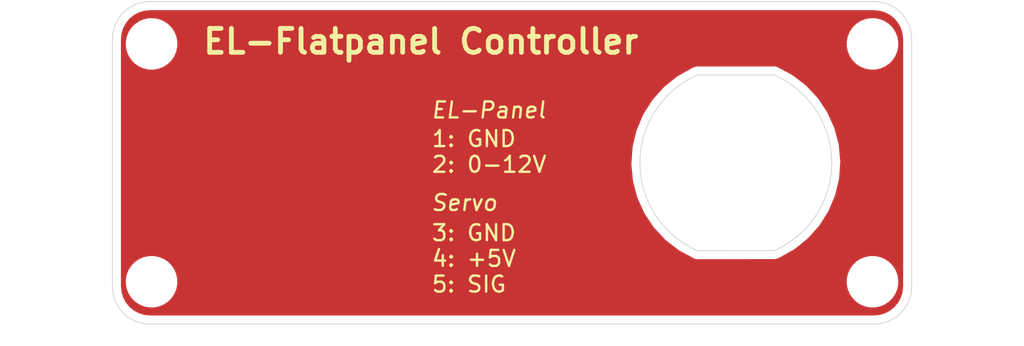
<source format=kicad_pcb>
(kicad_pcb (version 20171130) (host pcbnew "(5.1.10)-1")

  (general
    (thickness 1.6)
    (drawings 17)
    (tracks 0)
    (zones 0)
    (modules 4)
    (nets 1)
  )

  (page A4)
  (title_block
    (title "EL-Flatpanel Controller Front")
    (date 2022-01-19)
    (rev 3.0)
    (comment 1 "Created by Joachim Stehle")
  )

  (layers
    (0 F.Cu signal)
    (31 B.Cu signal)
    (32 B.Adhes user)
    (33 F.Adhes user)
    (34 B.Paste user)
    (35 F.Paste user)
    (36 B.SilkS user)
    (37 F.SilkS user)
    (38 B.Mask user)
    (39 F.Mask user)
    (40 Dwgs.User user)
    (41 Cmts.User user)
    (42 Eco1.User user)
    (43 Eco2.User user)
    (44 Edge.Cuts user)
    (45 Margin user)
    (46 B.CrtYd user)
    (47 F.CrtYd user)
    (48 B.Fab user)
    (49 F.Fab user)
  )

  (setup
    (last_trace_width 0.25)
    (trace_clearance 0.2)
    (zone_clearance 0.508)
    (zone_45_only no)
    (trace_min 0.2)
    (via_size 0.8)
    (via_drill 0.4)
    (via_min_size 0.4)
    (via_min_drill 0.3)
    (uvia_size 0.3)
    (uvia_drill 0.1)
    (uvias_allowed no)
    (uvia_min_size 0.2)
    (uvia_min_drill 0.1)
    (edge_width 0.05)
    (segment_width 0.2)
    (pcb_text_width 0.3)
    (pcb_text_size 1.5 1.5)
    (mod_edge_width 0.12)
    (mod_text_size 1 1)
    (mod_text_width 0.15)
    (pad_size 2.2 2.2)
    (pad_drill 2.2)
    (pad_to_mask_clearance 0)
    (aux_axis_origin 0 0)
    (visible_elements 7FFFFFFF)
    (pcbplotparams
      (layerselection 0x010fc_ffffffff)
      (usegerberextensions true)
      (usegerberattributes false)
      (usegerberadvancedattributes false)
      (creategerberjobfile false)
      (excludeedgelayer true)
      (linewidth 0.100000)
      (plotframeref false)
      (viasonmask false)
      (mode 1)
      (useauxorigin false)
      (hpglpennumber 1)
      (hpglpenspeed 20)
      (hpglpendiameter 15.000000)
      (psnegative false)
      (psa4output false)
      (plotreference true)
      (plotvalue false)
      (plotinvisibletext false)
      (padsonsilk false)
      (subtractmaskfromsilk true)
      (outputformat 1)
      (mirror false)
      (drillshape 0)
      (scaleselection 1)
      (outputdirectory "Gerber/"))
  )

  (net 0 "")

  (net_class Default "This is the default net class."
    (clearance 0.2)
    (trace_width 0.25)
    (via_dia 0.8)
    (via_drill 0.4)
    (uvia_dia 0.3)
    (uvia_drill 0.1)
  )

  (module MountingHole:MountingHole_2.2mm_M2 (layer F.Cu) (tedit 56D1B4CB) (tstamp 61D78556)
    (at 133.25 113.55)
    (descr "Mounting Hole 2.2mm, no annular, M2")
    (tags "mounting hole 2.2mm no annular m2")
    (attr virtual)
    (fp_text reference REF** (at 0 -3.2) (layer F.SilkS) hide
      (effects (font (size 1 1) (thickness 0.15)))
    )
    (fp_text value MountingHole_2.2mm_M2 (at 0 3.2) (layer F.Fab)
      (effects (font (size 1 1) (thickness 0.15)))
    )
    (fp_circle (center 0 0) (end 2.45 0) (layer F.CrtYd) (width 0.05))
    (fp_circle (center 0 0) (end 2.2 0) (layer Cmts.User) (width 0.15))
    (fp_text user %R (at 0.3 0) (layer F.Fab)
      (effects (font (size 1 1) (thickness 0.15)))
    )
    (pad 1 np_thru_hole circle (at 0 0) (size 2.2 2.2) (drill 2.2) (layers *.Cu *.Mask))
  )

  (module MountingHole:MountingHole_2.2mm_M2 (layer F.Cu) (tedit 56D1B4CB) (tstamp 61D7852B)
    (at 178.35 113.55)
    (descr "Mounting Hole 2.2mm, no annular, M2")
    (tags "mounting hole 2.2mm no annular m2")
    (attr virtual)
    (fp_text reference REF** (at 0 -3.2) (layer F.SilkS) hide
      (effects (font (size 1 1) (thickness 0.15)))
    )
    (fp_text value MountingHole_2.2mm_M2 (at 0 3.2) (layer F.Fab)
      (effects (font (size 1 1) (thickness 0.15)))
    )
    (fp_circle (center 0 0) (end 2.45 0) (layer F.CrtYd) (width 0.05))
    (fp_circle (center 0 0) (end 2.2 0) (layer Cmts.User) (width 0.15))
    (fp_text user %R (at 0.3 0) (layer F.Fab)
      (effects (font (size 1 1) (thickness 0.15)))
    )
    (pad 1 np_thru_hole circle (at 0 0) (size 2.2 2.2) (drill 2.2) (layers *.Cu *.Mask))
  )

  (module MountingHole:MountingHole_2.2mm_M2 (layer F.Cu) (tedit 56D1B4CB) (tstamp 61D78500)
    (at 178.35 98.65)
    (descr "Mounting Hole 2.2mm, no annular, M2")
    (tags "mounting hole 2.2mm no annular m2")
    (attr virtual)
    (fp_text reference REF** (at 0 -3.2) (layer F.SilkS) hide
      (effects (font (size 1 1) (thickness 0.15)))
    )
    (fp_text value MountingHole_2.2mm_M2 (at 0 3.2) (layer F.Fab)
      (effects (font (size 1 1) (thickness 0.15)))
    )
    (fp_circle (center 0 0) (end 2.45 0) (layer F.CrtYd) (width 0.05))
    (fp_circle (center 0 0) (end 2.2 0) (layer Cmts.User) (width 0.15))
    (fp_text user %R (at 0.3 0) (layer F.Fab)
      (effects (font (size 1 1) (thickness 0.15)))
    )
    (pad 1 np_thru_hole circle (at 0 0) (size 2.2 2.2) (drill 2.2) (layers *.Cu *.Mask))
  )

  (module MountingHole:MountingHole_2.2mm_M2 (layer F.Cu) (tedit 56D1B4CB) (tstamp 61D78456)
    (at 133.25 98.65)
    (descr "Mounting Hole 2.2mm, no annular, M2")
    (tags "mounting hole 2.2mm no annular m2")
    (attr virtual)
    (fp_text reference REF** (at 0 -3.2) (layer F.SilkS) hide
      (effects (font (size 1 1) (thickness 0.15)))
    )
    (fp_text value MountingHole_2.2mm_M2 (at 0 3.2) (layer F.Fab)
      (effects (font (size 1 1) (thickness 0.15)))
    )
    (fp_circle (center 0 0) (end 2.45 0) (layer F.CrtYd) (width 0.05))
    (fp_circle (center 0 0) (end 2.2 0) (layer Cmts.User) (width 0.15))
    (fp_text user %R (at 0.3 0) (layer F.Fab)
      (effects (font (size 1 1) (thickness 0.15)))
    )
    (pad 1 np_thru_hole circle (at 0 0) (size 2.2 2.2) (drill 2.2) (layers *.Cu *.Mask))
  )

  (gr_arc (start 169.8 106.1) (end 167.397906 100.601824) (angle -132.9) (layer Edge.Cuts) (width 0.05) (tstamp 61E87107))
  (gr_line (start 167.397906 100.601824) (end 172.192494 100.59764) (layer Edge.Cuts) (width 0.05) (tstamp 61E8724D))
  (gr_arc (start 169.8 106.1) (end 172.202094 111.598176) (angle -132.9) (layer Edge.Cuts) (width 0.05))
  (gr_line (start 167.407506 111.60236) (end 172.202094 111.598176) (layer Edge.Cuts) (width 0.05) (tstamp 61E8725D))
  (gr_text Servo (at 152.822619 108.6) (layer F.SilkS) (tstamp 61D74B4A)
    (effects (font (size 1 1) (thickness 0.15) italic))
  )
  (gr_text EL-Panel (at 154.346428 102.8) (layer F.SilkS)
    (effects (font (size 1 1) (thickness 0.15) italic))
  )
  (gr_text "3: GND\n4: +5V\n5: SIG" (at 150.7 112.1) (layer F.SilkS)
    (effects (font (size 1 1) (thickness 0.15)) (justify left))
  )
  (gr_text "1: GND\n2: 0-12V" (at 150.7 105.4) (layer F.SilkS)
    (effects (font (size 1 1) (thickness 0.15)) (justify left))
  )
  (gr_arc (start 133.15 113.85) (end 133.15 116.2) (angle 90) (layer Edge.Cuts) (width 0.05) (tstamp 61D6E29A))
  (gr_text "EL-Flatpanel Controller" (at 150.1 98.5) (layer F.SilkS)
    (effects (font (size 1.5 1.5) (thickness 0.3)))
  )
  (gr_arc (start 178.45 113.85) (end 180.8 113.85) (angle 90) (layer Edge.Cuts) (width 0.05) (tstamp 61D6E1BC))
  (gr_arc (start 178.45 98.35) (end 178.45 96) (angle 90) (layer Edge.Cuts) (width 0.05) (tstamp 61D6E15C))
  (gr_arc (start 133.15 98.35) (end 130.8 98.35) (angle 90) (layer Edge.Cuts) (width 0.05))
  (gr_line (start 180.8 98.35) (end 180.8 113.85) (layer Edge.Cuts) (width 0.05) (tstamp 61D6DF74))
  (gr_line (start 130.8 98.35) (end 130.8 113.85) (layer Edge.Cuts) (width 0.05))
  (gr_line (start 133.15 116.2) (end 178.45 116.2) (layer Edge.Cuts) (width 0.05) (tstamp 61D6DEEF))
  (gr_line (start 133.15 96) (end 178.45 96) (layer Edge.Cuts) (width 0.05))

  (zone (net 0) (net_name "") (layer F.Cu) (tstamp 61E8E08F) (hatch edge 0.508)
    (connect_pads (clearance 0.508))
    (min_thickness 0.254)
    (fill yes (arc_segments 32) (thermal_gap 0.508) (thermal_bridge_width 0.508))
    (polygon
      (pts
        (xy 180.9 116.2) (xy 130.8 116.2) (xy 130.8 95.9) (xy 180.9 95.9)
      )
    )
    (filled_polygon
      (pts
        (xy 178.777638 96.69529) (xy 179.092802 96.790444) (xy 179.383481 96.945) (xy 179.6386 97.153071) (xy 179.84845 97.406736)
        (xy 180.00503 97.696323) (xy 180.102383 98.01082) (xy 180.14 98.368721) (xy 180.140001 113.817712) (xy 180.10471 114.177638)
        (xy 180.009556 114.492802) (xy 179.855 114.783481) (xy 179.646929 115.0386) (xy 179.393264 115.24845) (xy 179.103673 115.405032)
        (xy 178.789181 115.502383) (xy 178.431279 115.54) (xy 133.182278 115.54) (xy 132.822362 115.50471) (xy 132.507198 115.409556)
        (xy 132.216519 115.255) (xy 131.9614 115.046929) (xy 131.75155 114.793264) (xy 131.594968 114.503673) (xy 131.497617 114.189181)
        (xy 131.46 113.831279) (xy 131.46 113.379117) (xy 131.515 113.379117) (xy 131.515 113.720883) (xy 131.581675 114.056081)
        (xy 131.712463 114.371831) (xy 131.902337 114.655998) (xy 132.144002 114.897663) (xy 132.428169 115.087537) (xy 132.743919 115.218325)
        (xy 133.079117 115.285) (xy 133.420883 115.285) (xy 133.756081 115.218325) (xy 134.071831 115.087537) (xy 134.355998 114.897663)
        (xy 134.597663 114.655998) (xy 134.787537 114.371831) (xy 134.918325 114.056081) (xy 134.985 113.720883) (xy 134.985 113.379117)
        (xy 176.615 113.379117) (xy 176.615 113.720883) (xy 176.681675 114.056081) (xy 176.812463 114.371831) (xy 177.002337 114.655998)
        (xy 177.244002 114.897663) (xy 177.528169 115.087537) (xy 177.843919 115.218325) (xy 178.179117 115.285) (xy 178.520883 115.285)
        (xy 178.856081 115.218325) (xy 179.171831 115.087537) (xy 179.455998 114.897663) (xy 179.697663 114.655998) (xy 179.887537 114.371831)
        (xy 180.018325 114.056081) (xy 180.085 113.720883) (xy 180.085 113.379117) (xy 180.018325 113.043919) (xy 179.887537 112.728169)
        (xy 179.697663 112.444002) (xy 179.455998 112.202337) (xy 179.171831 112.012463) (xy 178.856081 111.881675) (xy 178.520883 111.815)
        (xy 178.179117 111.815) (xy 177.843919 111.881675) (xy 177.528169 112.012463) (xy 177.244002 112.202337) (xy 177.002337 112.444002)
        (xy 176.812463 112.728169) (xy 176.681675 113.043919) (xy 176.615 113.379117) (xy 134.985 113.379117) (xy 134.918325 113.043919)
        (xy 134.787537 112.728169) (xy 134.597663 112.444002) (xy 134.355998 112.202337) (xy 134.071831 112.012463) (xy 133.756081 111.881675)
        (xy 133.420883 111.815) (xy 133.079117 111.815) (xy 132.743919 111.881675) (xy 132.428169 112.012463) (xy 132.144002 112.202337)
        (xy 131.902337 112.444002) (xy 131.712463 112.728169) (xy 131.581675 113.043919) (xy 131.515 113.379117) (xy 131.46 113.379117)
        (xy 131.46 106.127263) (xy 163.142056 106.127263) (xy 163.142618 106.173302) (xy 163.142056 106.219342) (xy 163.143377 106.235414)
        (xy 163.235911 107.214312) (xy 163.243986 107.259646) (xy 163.25095 107.305154) (xy 163.254875 107.320778) (xy 163.254878 107.320795)
        (xy 163.254883 107.320809) (xy 163.506048 108.271435) (xy 163.521419 108.314842) (xy 163.535722 108.358601) (xy 163.542148 108.373378)
        (xy 163.542152 108.37339) (xy 163.542157 108.3734) (xy 163.945214 109.270243) (xy 163.967467 109.310555) (xy 163.988726 109.351393)
        (xy 163.997478 109.364921) (xy 163.997484 109.364932) (xy 163.99749 109.36494) (xy 164.541614 110.183912) (xy 164.57014 110.220033)
        (xy 164.597795 110.256866) (xy 164.608641 110.268785) (xy 164.608648 110.268793) (xy 164.608655 110.268799) (xy 165.279232 110.987905)
        (xy 165.313289 111.018895) (xy 165.346574 111.050703) (xy 165.359221 111.06069) (xy 165.359229 111.060698) (xy 165.359237 111.060703)
        (xy 166.138258 111.66063) (xy 166.176917 111.68564) (xy 166.214953 111.711586) (xy 166.229054 111.719369) (xy 166.22907 111.71938)
        (xy 166.229085 111.719387) (xy 167.038978 112.153647) (xy 167.039538 112.154106) (xy 167.154248 112.215291) (xy 167.278691 112.252922)
        (xy 167.375663 112.262388) (xy 172.235089 112.258147) (xy 172.332044 112.248512) (xy 172.456421 112.210664) (xy 172.493772 112.190658)
        (xy 172.597291 112.144025) (xy 172.617215 112.133004) (xy 172.638099 112.123923) (xy 172.652217 112.11613) (xy 173.507158 111.630455)
        (xy 173.545187 111.604514) (xy 173.583852 111.5795) (xy 173.596499 111.569512) (xy 173.596508 111.569506) (xy 173.596515 111.569499)
        (xy 174.360646 110.950718) (xy 174.393939 110.918903) (xy 174.427987 110.887921) (xy 174.438833 110.876001) (xy 174.438841 110.875994)
        (xy 174.438846 110.875987) (xy 175.091654 110.140713) (xy 175.119296 110.103897) (xy 175.147836 110.067759) (xy 175.156596 110.054219)
        (xy 175.680552 109.22219) (xy 175.701818 109.181339) (xy 175.724064 109.14104) (xy 175.730495 109.126251) (xy 176.111524 108.219818)
        (xy 176.125828 108.176054) (xy 176.141197 108.132652) (xy 176.145126 108.117012) (xy 176.372995 107.160519) (xy 176.379957 107.115021)
        (xy 176.388034 107.069676) (xy 176.389355 107.053604) (xy 176.457944 106.072738) (xy 176.457382 106.026698) (xy 176.457944 105.980658)
        (xy 176.456623 105.964586) (xy 176.364089 104.985688) (xy 176.356014 104.940354) (xy 176.34905 104.894846) (xy 176.345125 104.879222)
        (xy 176.345122 104.879205) (xy 176.345117 104.879191) (xy 176.093951 103.928565) (xy 176.078588 103.88518) (xy 176.064278 103.841399)
        (xy 176.057848 103.826611) (xy 175.654786 102.929757) (xy 175.632533 102.889445) (xy 175.611274 102.848607) (xy 175.602515 102.835067)
        (xy 175.058386 102.016088) (xy 175.029851 101.979956) (xy 175.002205 101.943135) (xy 174.991352 101.931207) (xy 174.320768 101.212095)
        (xy 174.286708 101.181102) (xy 174.253426 101.149298) (xy 174.240771 101.139303) (xy 173.461742 100.53937) (xy 173.423082 100.514359)
        (xy 173.385048 100.488414) (xy 173.370941 100.480627) (xy 173.37093 100.48062) (xy 173.37092 100.480616) (xy 172.561022 100.046353)
        (xy 172.560462 100.045894) (xy 172.445752 99.984709) (xy 172.321309 99.947078) (xy 172.224337 99.937612) (xy 167.364912 99.941853)
        (xy 167.267956 99.951488) (xy 167.143579 99.989336) (xy 167.106228 100.009342) (xy 167.002708 100.055975) (xy 166.982779 100.066999)
        (xy 166.961902 100.076077) (xy 166.947784 100.08387) (xy 166.092842 100.569544) (xy 166.054804 100.595492) (xy 166.016148 100.6205)
        (xy 166.003492 100.630495) (xy 165.239354 101.249282) (xy 165.206061 101.281097) (xy 165.172013 101.312079) (xy 165.161167 101.323999)
        (xy 165.161159 101.324006) (xy 165.161154 101.324013) (xy 164.508346 102.059287) (xy 164.480704 102.096103) (xy 164.452164 102.132241)
        (xy 164.443404 102.145781) (xy 163.919447 102.977811) (xy 163.898181 103.018662) (xy 163.875936 103.05896) (xy 163.869505 103.073749)
        (xy 163.488476 103.980182) (xy 163.474177 104.023931) (xy 163.458802 104.067348) (xy 163.454874 104.082989) (xy 163.227005 105.039481)
        (xy 163.220039 105.084999) (xy 163.211966 105.130324) (xy 163.210646 105.14638) (xy 163.210644 105.146395) (xy 163.210644 105.146408)
        (xy 163.142056 106.127263) (xy 131.46 106.127263) (xy 131.46 98.479117) (xy 131.515 98.479117) (xy 131.515 98.820883)
        (xy 131.581675 99.156081) (xy 131.712463 99.471831) (xy 131.902337 99.755998) (xy 132.144002 99.997663) (xy 132.428169 100.187537)
        (xy 132.743919 100.318325) (xy 133.079117 100.385) (xy 133.420883 100.385) (xy 133.756081 100.318325) (xy 134.071831 100.187537)
        (xy 134.355998 99.997663) (xy 134.597663 99.755998) (xy 134.787537 99.471831) (xy 134.918325 99.156081) (xy 134.985 98.820883)
        (xy 134.985 98.479117) (xy 176.615 98.479117) (xy 176.615 98.820883) (xy 176.681675 99.156081) (xy 176.812463 99.471831)
        (xy 177.002337 99.755998) (xy 177.244002 99.997663) (xy 177.528169 100.187537) (xy 177.843919 100.318325) (xy 178.179117 100.385)
        (xy 178.520883 100.385) (xy 178.856081 100.318325) (xy 179.171831 100.187537) (xy 179.455998 99.997663) (xy 179.697663 99.755998)
        (xy 179.887537 99.471831) (xy 180.018325 99.156081) (xy 180.085 98.820883) (xy 180.085 98.479117) (xy 180.018325 98.143919)
        (xy 179.887537 97.828169) (xy 179.697663 97.544002) (xy 179.455998 97.302337) (xy 179.171831 97.112463) (xy 178.856081 96.981675)
        (xy 178.520883 96.915) (xy 178.179117 96.915) (xy 177.843919 96.981675) (xy 177.528169 97.112463) (xy 177.244002 97.302337)
        (xy 177.002337 97.544002) (xy 176.812463 97.828169) (xy 176.681675 98.143919) (xy 176.615 98.479117) (xy 134.985 98.479117)
        (xy 134.918325 98.143919) (xy 134.787537 97.828169) (xy 134.597663 97.544002) (xy 134.355998 97.302337) (xy 134.071831 97.112463)
        (xy 133.756081 96.981675) (xy 133.420883 96.915) (xy 133.079117 96.915) (xy 132.743919 96.981675) (xy 132.428169 97.112463)
        (xy 132.144002 97.302337) (xy 131.902337 97.544002) (xy 131.712463 97.828169) (xy 131.581675 98.143919) (xy 131.515 98.479117)
        (xy 131.46 98.479117) (xy 131.46 98.382278) (xy 131.49529 98.022362) (xy 131.590444 97.707198) (xy 131.745 97.416519)
        (xy 131.953071 97.1614) (xy 132.206736 96.95155) (xy 132.496323 96.79497) (xy 132.81082 96.697617) (xy 133.168721 96.66)
        (xy 178.417722 96.66)
      )
    )
  )
)

</source>
